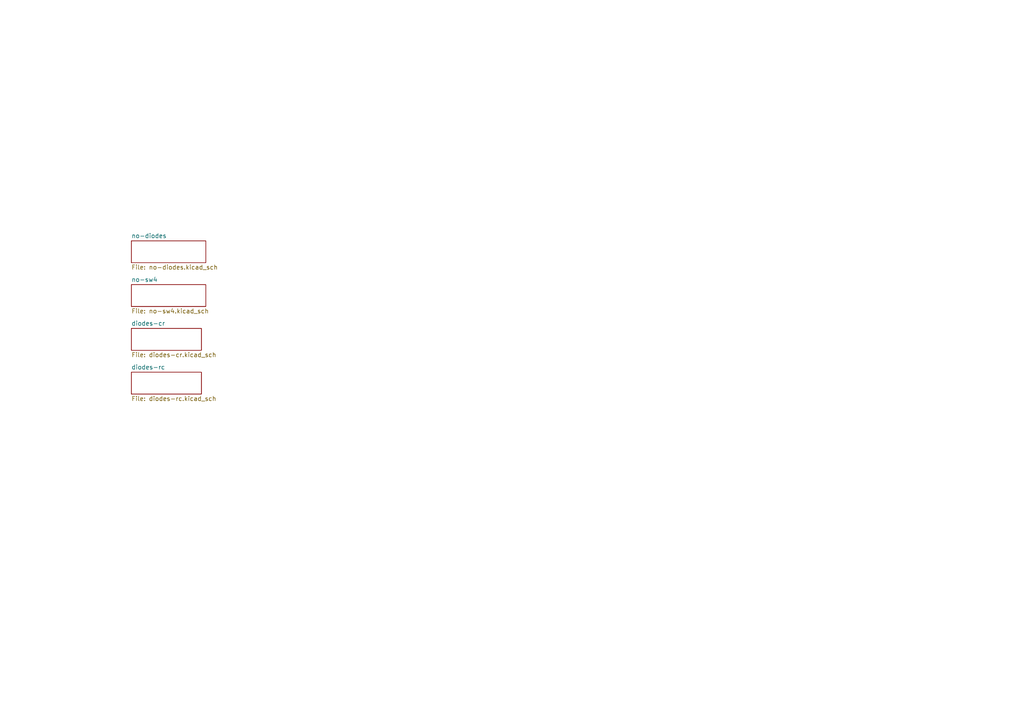
<source format=kicad_sch>
(kicad_sch (version 20230121) (generator eeschema)
  (paper "A4")
  (lib_symbols)
  (sheet (at 38.1 82.55) (size 21.59 6.35) (stroke (width 0.1524))
    (property "Sheetname" "no-sw4" (at 38.1 81.8384 0) (effects (justify left bottom)))
    (property "Sheetfile" "no-sw4.kicad_sch" (at 38.1 89.4846 0) (effects (justify left top)))
  )
  (sheet (at 38.1 107.95) (size 20.32 6.35) (stroke (width 0.1524))
    (property "Sheetname" "diodes-rc" (at 38.1 107.2384 0) (effects (justify left bottom)))
    (property "Sheetfile" "diodes-rc.kicad_sch" (at 38.1 114.8846 0) (effects (justify left top)))
  )
  (sheet (at 38.1 69.85) (size 21.59 6.35) (stroke (width 0.1524))
    (property "Sheetname" "no-diodes" (at 38.1 69.1384 0) (effects (justify left bottom)))
    (property "Sheetfile" "no-diodes.kicad_sch" (at 38.1 76.7846 0) (effects (justify left top)))
  )
  (sheet (at 38.1 95.25) (size 20.32 6.35) (stroke (width 0.1524))
    (property "Sheetname" "diodes-cr" (at 38.1 94.5384 0) (effects (justify left bottom)))
    (property "Sheetfile" "diodes-cr.kicad_sch" (at 38.1 102.1846 0) (effects (justify left top)))
  )
)
</source>
